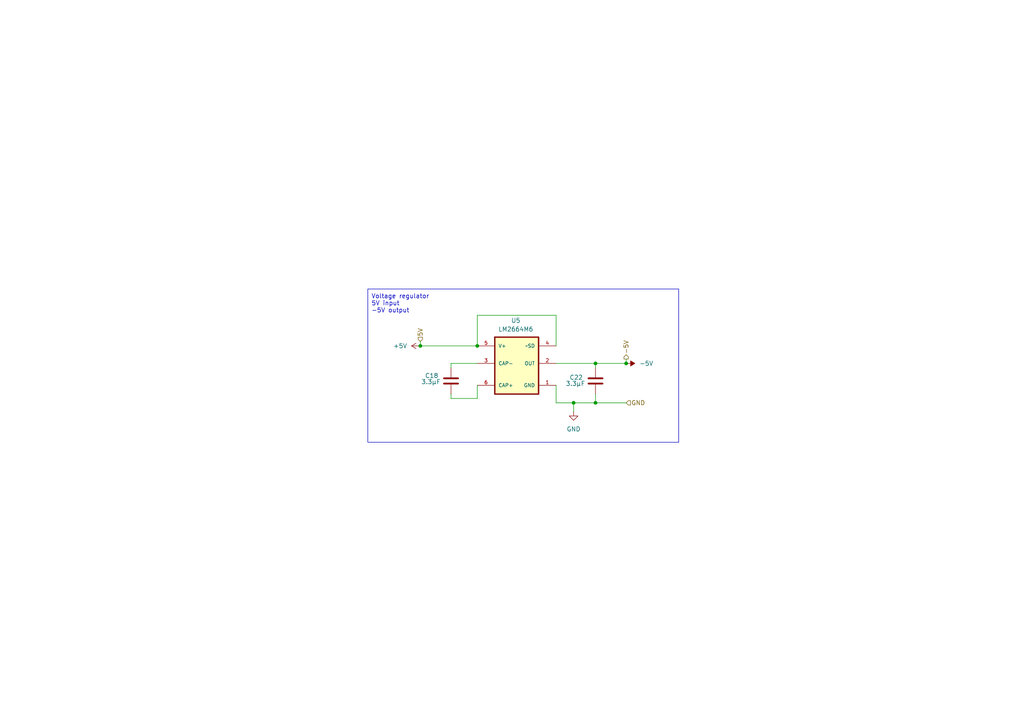
<source format=kicad_sch>
(kicad_sch (version 20231120) (generator "eeschema") (generator_version "8.0")
  (paper "A4")
  (lib_symbols
    (symbol "Device:C" (pin_numbers hide) (pin_names (offset 0.254))
      (property "Reference" "C" (at 0.635 2.54 0))
      (property "Value" "C" (at 0.635 -2.54 0))
      (symbol "C_0_1"
        (polyline (pts (xy -2.032 -0.762) (xy 2.032 -0.762)) (stroke (width 0.508)))
        (polyline (pts (xy -2.032 0.762) (xy 2.032 0.762)) (stroke (width 0.508)))
      )
      (symbol "C_1_1"
        (pin passive line (at 0 3.81 270) (length 2.794) (name "~") (number "1"))
        (pin passive line (at 0 -3.81 90) (length 2.794) (name "~") (number "2"))
      )
    )
    (symbol "custom_lib:LM2664M6" (pin_names (offset 1.016))
      (property "Reference" "U" (at -4.7761 12.3722 0))
      (property "Value" "LM2664M6" (at -3.7106 -21.7555 0))
      (symbol "LM2664M6_0_0"
        (rectangle (start -12.7 10.16) (end 0 -6.35) (stroke (width 0.4064)) (fill (type background)))
        (pin passive line (at 5.08 -3.81 180) (length 5.08) (name "GND") (number "1"))
        (pin output line (at 5.08 2.54 180) (length 5.08) (name "OUT") (number "2"))
        (pin input line (at -17.78 2.54 0) (length 5.08) (name "CAP-") (number "3"))
        (pin input line (at 5.08 7.62 180) (length 5.08) (name "~SD") (number "4"))
        (pin power_in line (at -17.78 7.62 0) (length 5.08) (name "V+") (number "5"))
        (pin input line (at -17.78 -3.81 0) (length 5.08) (name "CAP+") (number "6"))
      )
    )
    (symbol "power:+5V" (power) (pin_numbers hide) (pin_names (offset 0) hide)
      (property "Value" "+5V" (at 0 3.556 0))
      (symbol "+5V_0_1"
        (polyline (pts (xy -0.762 1.27) (xy 0 2.54)))
        (polyline (pts (xy 0 0) (xy 0 2.54)))
        (polyline (pts (xy 0 2.54) (xy 0.762 1.27)))
      )
      (symbol "+5V_1_1"
        (pin power_in line (at 0 0 90) (length 0) (name "~") (number "1"))
      )
    )
    (symbol "power:-5V" (power) (pin_numbers hide) (pin_names (offset 0) hide)
      (property "Value" "-5V" (at 0 3.556 0))
      (symbol "-5V_0_0"
        (pin power_in line (at 0 0 90) (length 0) (name "~") (number "1"))
      )
      (symbol "-5V_0_1"
        (polyline (pts (xy 0 0) (xy 0 1.27) (xy 0.762 1.27) (xy 0 2.54) (xy -0.762 1.27) (xy 0 1.27)) (fill (type outline)))
      )
    )
    (symbol "power:GND" (power) (pin_numbers hide) (pin_names (offset 0) hide)
      (property "Value" "GND" (at 0 -3.81 0))
      (symbol "GND_0_1"
        (polyline (pts (xy 0 0) (xy 0 -1.27) (xy 1.27 -1.27) (xy 0 -2.54) (xy -1.27 -1.27) (xy 0 -1.27)))
      )
      (symbol "GND_1_1"
        (pin power_in line (at 0 0 270) (length 0) (name "~") (number "1"))
      )
    )
  )
  (junction (at 166.37 116.84))
  (junction (at 121.92 100.33))
  (junction (at 181.61 105.41))
  (junction (at 172.72 105.41))
  (junction (at 172.72 116.84))
  (junction (at 138.43 100.33))
  (wire (pts (xy 130.81 115.57) (xy 138.43 115.57)))
  (wire (pts (xy 121.92 99.06) (xy 121.92 100.33)))
  (wire (pts (xy 130.81 115.57) (xy 130.81 114.3)))
  (wire (pts (xy 161.29 116.84) (xy 166.37 116.84)))
  (wire (pts (xy 181.61 105.41) (xy 172.72 105.41)))
  (wire (pts (xy 161.29 100.33) (xy 161.29 91.44)))
  (wire (pts (xy 161.29 91.44) (xy 138.43 91.44)))
  (wire (pts (xy 138.43 91.44) (xy 138.43 100.33)))
  (wire (pts (xy 121.92 100.33) (xy 138.43 100.33)))
  (wire (pts (xy 138.43 115.57) (xy 138.43 111.76)))
  (wire (pts (xy 172.72 116.84) (xy 181.61 116.84)))
  (wire (pts (xy 181.61 104.14) (xy 181.61 105.41)))
  (wire (pts (xy 166.37 116.84) (xy 166.37 119.38)))
  (wire (pts (xy 166.37 116.84) (xy 172.72 116.84)))
  (wire (pts (xy 161.29 105.41) (xy 172.72 105.41)))
  (wire (pts (xy 130.81 106.68) (xy 130.81 105.41)))
  (wire (pts (xy 172.72 106.68) (xy 172.72 105.41)))
  (wire (pts (xy 130.81 105.41) (xy 138.43 105.41)))
  (wire (pts (xy 172.72 116.84) (xy 172.72 114.3)))
  (wire (pts (xy 161.29 111.76) (xy 161.29 116.84)))
  (rectangle (start 106.68 83.82) (end 196.85 128.27))
  (text "Voltage regulator\n5V input\n-5V output" (at 107.696 85.344 0) (effects (font (size 1.27 1.27)) (justify left top)))
  (hierarchical_label "5V" (shape input) (at 121.92 99.06 90))
  (hierarchical_label "GND" (shape input) (at 181.61 116.84 0))
  (hierarchical_label "-5V" (shape output) (at 181.61 104.14 90))
  (symbol (lib_id "custom_lib:LM2664M6") (at 156.21 107.95 0) (unit 1)
    (property "Reference" "U5" (at 149.606 92.964 0))
    (property "Value" "LM2664M6" (at 149.606 95.504 0))
    (property "Footprint" "LM2664M6:SOT95P300X120-6N" (effects (hide yes)))
    (property "MF" "Texas Instruments" (effects (hide yes)))
    (property "Description_1" "\n1.8-V to 5.5-VIN switched capacitor voltage inverter\n" (effects (hide yes)))
    (property "PACKAGE" "SOT-23-6" (effects (hide yes)))
    (property "MPN" "LM2664M6" (effects (hide yes)))
    (property "Price" "None" (effects (hide yes)))
    (property "Package" "SOT-23-6 Texas Instruments" (effects (hide yes)))
    (property "OC_FARNELL" "9779671" (effects (hide yes)))
    (property "SnapEDA_Link" "https://www.snapeda.com/parts/LM2664M6/NOPB/Texas+Instruments/view-part/?ref=snap" (effects (hide yes)))
    (property "MP" "LM2664M6/NOPB" (effects (hide yes)))
    (property "SUPPLIER" "NATIONAL SEMICONDUCTOR" (effects (hide yes)))
    (property "OC_NEWARK" "-" (effects (hide yes)))
    (property "Availability" "In Stock" (effects (hide yes)))
    (property "Check_prices" "https://www.snapeda.com/parts/LM2664M6/NOPB/Texas+Instruments/view-part/?ref=eda" (effects (hide yes)))
  )
  (symbol (lib_id "power:GND") (at 166.37 119.38 0) (unit 1)
    (property "Reference" "#PWR018" (effects (hide yes)))
    (property "Value" "GND" (at 166.37 124.46 0))
    (property "Description" "Power symbol creates a global label with name \"GND\" , ground" (effects (hide yes)))
  )
  (symbol (lib_id "power:+5V") (at 121.92 100.33 90) (unit 1)
    (property "Reference" "#PWR09" (effects (hide yes)))
    (property "Value" "+5V" (at 118.11 100.3299 90) (effects (justify left)))
    (property "Description" "Power symbol creates a global label with name \"+5V\"" (effects (hide yes)))
  )
  (symbol (lib_id "power:-5V") (at 181.61 105.41 270) (unit 1)
    (property "Reference" "#PWR025" (effects (hide yes)))
    (property "Value" "-5V" (at 185.42 105.4099 90) (effects (justify left)))
    (property "Description" "Power symbol creates a global label with name \"-5V\"" (effects (hide yes)))
  )
  (symbol (lib_id "Device:C") (at 172.72 110.49 180) (unit 1)
    (property "Reference" "C22" (at 167.132 109.474 0))
    (property "Value" "3.3µF " (at 167.386 111.252 0))
    (property "Description" "Unpolarized capacitor" (effects (hide yes)))
  )
  (symbol (lib_id "Device:C") (at 130.81 110.49 180) (unit 1)
    (property "Reference" "C18" (at 125.222 108.966 0))
    (property "Value" "3.3µF " (at 125.476 110.744 0))
    (property "Description" "Unpolarized capacitor" (effects (hide yes)))
  )
)
</source>
